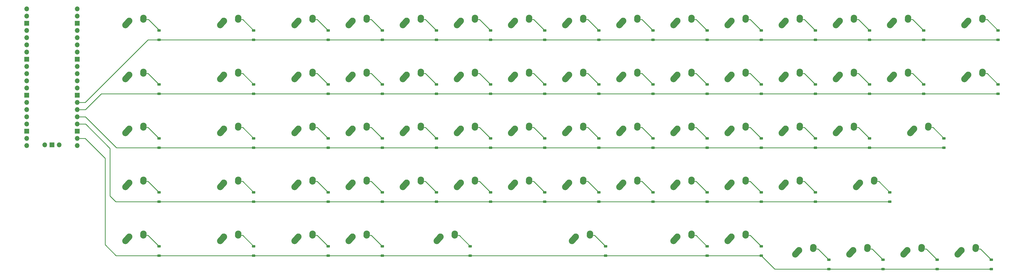
<source format=gbl>
G04 #@! TF.GenerationSoftware,KiCad,Pcbnew,8.0.4*
G04 #@! TF.CreationDate,2024-09-04T19:59:22-04:00*
G04 #@! TF.ProjectId,small-fry-pcb,736d616c-6c2d-4667-9279-2d7063622e6b,1.0*
G04 #@! TF.SameCoordinates,Original*
G04 #@! TF.FileFunction,Copper,L2,Bot*
G04 #@! TF.FilePolarity,Positive*
%FSLAX46Y46*%
G04 Gerber Fmt 4.6, Leading zero omitted, Abs format (unit mm)*
G04 Created by KiCad (PCBNEW 8.0.4) date 2024-09-04 19:59:22*
%MOMM*%
%LPD*%
G01*
G04 APERTURE LIST*
G04 Aperture macros list*
%AMRoundRect*
0 Rectangle with rounded corners*
0 $1 Rounding radius*
0 $2 $3 $4 $5 $6 $7 $8 $9 X,Y pos of 4 corners*
0 Add a 4 corners polygon primitive as box body*
4,1,4,$2,$3,$4,$5,$6,$7,$8,$9,$2,$3,0*
0 Add four circle primitives for the rounded corners*
1,1,$1+$1,$2,$3*
1,1,$1+$1,$4,$5*
1,1,$1+$1,$6,$7*
1,1,$1+$1,$8,$9*
0 Add four rect primitives between the rounded corners*
20,1,$1+$1,$2,$3,$4,$5,0*
20,1,$1+$1,$4,$5,$6,$7,0*
20,1,$1+$1,$6,$7,$8,$9,0*
20,1,$1+$1,$8,$9,$2,$3,0*%
%AMHorizOval*
0 Thick line with rounded ends*
0 $1 width*
0 $2 $3 position (X,Y) of the first rounded end (center of the circle)*
0 $4 $5 position (X,Y) of the second rounded end (center of the circle)*
0 Add line between two ends*
20,1,$1,$2,$3,$4,$5,0*
0 Add two circle primitives to create the rounded ends*
1,1,$1,$2,$3*
1,1,$1,$4,$5*%
G04 Aperture macros list end*
G04 #@! TA.AperFunction,ComponentPad*
%ADD10HorizOval,2.250000X0.655001X0.730000X-0.655001X-0.730000X0*%
G04 #@! TD*
G04 #@! TA.AperFunction,ComponentPad*
%ADD11C,2.250000*%
G04 #@! TD*
G04 #@! TA.AperFunction,ComponentPad*
%ADD12HorizOval,2.250000X0.020000X0.290000X-0.020000X-0.290000X0*%
G04 #@! TD*
G04 #@! TA.AperFunction,ComponentPad*
%ADD13O,1.700000X1.700000*%
G04 #@! TD*
G04 #@! TA.AperFunction,ComponentPad*
%ADD14R,1.700000X1.700000*%
G04 #@! TD*
G04 #@! TA.AperFunction,SMDPad,CuDef*
%ADD15RoundRect,0.225000X0.375000X-0.225000X0.375000X0.225000X-0.375000X0.225000X-0.375000X-0.225000X0*%
G04 #@! TD*
G04 #@! TA.AperFunction,Conductor*
%ADD16C,0.250000*%
G04 #@! TD*
G04 APERTURE END LIST*
D10*
G04 #@! TO.P,MX51,1,COL*
G04 #@! TO.N,col6*
X211801251Y-93130000D03*
D11*
X212456250Y-92400000D03*
D12*
G04 #@! TO.P,MX51,2,ROW*
G04 #@! TO.N,Net-(D51-A)*
X217476250Y-91610000D03*
D11*
X217496250Y-91320000D03*
G04 #@! TD*
D10*
G04 #@! TO.P,MX44,1,COL*
G04 #@! TO.N,col13*
X352295001Y-74080000D03*
D11*
X352950000Y-73350000D03*
D12*
G04 #@! TO.P,MX44,2,ROW*
G04 #@! TO.N,Net-(D44-A)*
X357970000Y-72560000D03*
D11*
X357990000Y-72270000D03*
G04 #@! TD*
D10*
G04 #@! TO.P,MX11,1,COL*
G04 #@! TO.N,col10*
X288001251Y-35980000D03*
D11*
X288656250Y-35250000D03*
D12*
G04 #@! TO.P,MX11,2,ROW*
G04 #@! TO.N,Net-(D11-A)*
X293676250Y-34460000D03*
D11*
X293696250Y-34170000D03*
G04 #@! TD*
D10*
G04 #@! TO.P,MX23,1,COL*
G04 #@! TO.N,col7*
X230851251Y-55030000D03*
D11*
X231506250Y-54300000D03*
D12*
G04 #@! TO.P,MX23,2,ROW*
G04 #@! TO.N,Net-(D23-A)*
X236526250Y-53510000D03*
D11*
X236546250Y-53220000D03*
G04 #@! TD*
D10*
G04 #@! TO.P,MX32,1,COL*
G04 #@! TO.N,col1*
X109407501Y-74080000D03*
D11*
X110062500Y-73350000D03*
D12*
G04 #@! TO.P,MX32,2,ROW*
G04 #@! TO.N,Net-(D32-A)*
X115082500Y-72560000D03*
D11*
X115102500Y-72270000D03*
G04 #@! TD*
D10*
G04 #@! TO.P,MX59,1,COL*
G04 #@! TO.N,col1*
X109407501Y-112180000D03*
D11*
X110062500Y-111450000D03*
D12*
G04 #@! TO.P,MX59,2,ROW*
G04 #@! TO.N,Net-(D59-A)*
X115082500Y-110660000D03*
D11*
X115102500Y-110370000D03*
G04 #@! TD*
D10*
G04 #@! TO.P,MX2,1,COL*
G04 #@! TO.N,col1*
X109407501Y-35980000D03*
D11*
X110062500Y-35250000D03*
D12*
G04 #@! TO.P,MX2,2,ROW*
G04 #@! TO.N,Net-(D2-A)*
X115082500Y-34460000D03*
D11*
X115102500Y-34170000D03*
G04 #@! TD*
D10*
G04 #@! TO.P,MX1,1,COL*
G04 #@! TO.N,col0*
X76070001Y-35980000D03*
D11*
X76725000Y-35250000D03*
D12*
G04 #@! TO.P,MX1,2,ROW*
G04 #@! TO.N,Net-(D1-A)*
X81745000Y-34460000D03*
D11*
X81765000Y-34170000D03*
G04 #@! TD*
D10*
G04 #@! TO.P,MX54,1,COL*
G04 #@! TO.N,col9*
X268951251Y-93130000D03*
D11*
X269606250Y-92400000D03*
D12*
G04 #@! TO.P,MX54,2,ROW*
G04 #@! TO.N,Net-(D54-A)*
X274626250Y-91610000D03*
D11*
X274646250Y-91320000D03*
G04 #@! TD*
D10*
G04 #@! TO.P,MX5,1,COL*
G04 #@! TO.N,col4*
X173701251Y-35980000D03*
D11*
X174356250Y-35250000D03*
D12*
G04 #@! TO.P,MX5,2,ROW*
G04 #@! TO.N,Net-(D5-A)*
X179376250Y-34460000D03*
D11*
X179396250Y-34170000D03*
G04 #@! TD*
D10*
G04 #@! TO.P,MX45,1,COL*
G04 #@! TO.N,col0*
X76070001Y-93130000D03*
D11*
X76725000Y-92400000D03*
D12*
G04 #@! TO.P,MX45,2,ROW*
G04 #@! TO.N,Net-(D45-A)*
X81745000Y-91610000D03*
D11*
X81765000Y-91320000D03*
G04 #@! TD*
D10*
G04 #@! TO.P,MX62,1,COL*
G04 #@! TO.N,col4*
X185607501Y-112180000D03*
D11*
X186262500Y-111450000D03*
D12*
G04 #@! TO.P,MX62,2,ROW*
G04 #@! TO.N,Net-(D62-A)*
X191282500Y-110660000D03*
D11*
X191302500Y-110370000D03*
G04 #@! TD*
D10*
G04 #@! TO.P,MX66,1,COL*
G04 #@! TO.N,col11*
X311813751Y-116942500D03*
D11*
X312468750Y-116212500D03*
D12*
G04 #@! TO.P,MX66,2,ROW*
G04 #@! TO.N,Net-(D66-A)*
X317488750Y-115422500D03*
D11*
X317508750Y-115132500D03*
G04 #@! TD*
D10*
G04 #@! TO.P,MX50,1,COL*
G04 #@! TO.N,col5*
X192751251Y-93130000D03*
D11*
X193406250Y-92400000D03*
D12*
G04 #@! TO.P,MX50,2,ROW*
G04 #@! TO.N,Net-(D50-A)*
X198426250Y-91610000D03*
D11*
X198446250Y-91320000D03*
G04 #@! TD*
D10*
G04 #@! TO.P,MX65,1,COL*
G04 #@! TO.N,col10*
X288001251Y-112180000D03*
D11*
X288656250Y-111450000D03*
D12*
G04 #@! TO.P,MX65,2,ROW*
G04 #@! TO.N,Net-(D65-A)*
X293676250Y-110660000D03*
D11*
X293696250Y-110370000D03*
G04 #@! TD*
D10*
G04 #@! TO.P,MX34,1,COL*
G04 #@! TO.N,col3*
X154651251Y-74080000D03*
D11*
X155306250Y-73350000D03*
D12*
G04 #@! TO.P,MX34,2,ROW*
G04 #@! TO.N,Net-(D34-A)*
X160326250Y-72560000D03*
D11*
X160346250Y-72270000D03*
G04 #@! TD*
D10*
G04 #@! TO.P,MX12,1,COL*
G04 #@! TO.N,col11*
X307051251Y-35980000D03*
D11*
X307706250Y-35250000D03*
D12*
G04 #@! TO.P,MX12,2,ROW*
G04 #@! TO.N,Net-(D12-A)*
X312726250Y-34460000D03*
D11*
X312746250Y-34170000D03*
G04 #@! TD*
D10*
G04 #@! TO.P,MX35,1,COL*
G04 #@! TO.N,col4*
X173701251Y-74080000D03*
D11*
X174356250Y-73350000D03*
D12*
G04 #@! TO.P,MX35,2,ROW*
G04 #@! TO.N,Net-(D35-A)*
X179376250Y-72560000D03*
D11*
X179396250Y-72270000D03*
G04 #@! TD*
D10*
G04 #@! TO.P,MX46,1,COL*
G04 #@! TO.N,col1*
X109407501Y-93130000D03*
D11*
X110062500Y-92400000D03*
D12*
G04 #@! TO.P,MX46,2,ROW*
G04 #@! TO.N,Net-(D46-A)*
X115082500Y-91610000D03*
D11*
X115102500Y-91320000D03*
G04 #@! TD*
D10*
G04 #@! TO.P,MX9,1,COL*
G04 #@! TO.N,col8*
X249901251Y-35980000D03*
D11*
X250556250Y-35250000D03*
D12*
G04 #@! TO.P,MX9,2,ROW*
G04 #@! TO.N,Net-(D9-A)*
X255576250Y-34460000D03*
D11*
X255596250Y-34170000D03*
G04 #@! TD*
D10*
G04 #@! TO.P,MX18,1,COL*
G04 #@! TO.N,col2*
X135601251Y-55030000D03*
D11*
X136256250Y-54300000D03*
D12*
G04 #@! TO.P,MX18,2,ROW*
G04 #@! TO.N,Net-(D18-A)*
X141276250Y-53510000D03*
D11*
X141296250Y-53220000D03*
G04 #@! TD*
D10*
G04 #@! TO.P,MX57,1,COL*
G04 #@! TO.N,col12*
X333245001Y-93130000D03*
D11*
X333900000Y-92400000D03*
D12*
G04 #@! TO.P,MX57,2,ROW*
G04 #@! TO.N,Net-(D57-A)*
X338920000Y-91610000D03*
D11*
X338940000Y-91320000D03*
G04 #@! TD*
D10*
G04 #@! TO.P,MX43,1,COL*
G04 #@! TO.N,col12*
X326101251Y-74080000D03*
D11*
X326756250Y-73350000D03*
D12*
G04 #@! TO.P,MX43,2,ROW*
G04 #@! TO.N,Net-(D43-A)*
X331776250Y-72560000D03*
D11*
X331796250Y-72270000D03*
G04 #@! TD*
D10*
G04 #@! TO.P,MX3,1,COL*
G04 #@! TO.N,col2*
X135601251Y-35980000D03*
D11*
X136256250Y-35250000D03*
D12*
G04 #@! TO.P,MX3,2,ROW*
G04 #@! TO.N,Net-(D3-A)*
X141276250Y-34460000D03*
D11*
X141296250Y-34170000D03*
G04 #@! TD*
D10*
G04 #@! TO.P,MX31,1,COL*
G04 #@! TO.N,col0*
X76070001Y-74080000D03*
D11*
X76725000Y-73350000D03*
D12*
G04 #@! TO.P,MX31,2,ROW*
G04 #@! TO.N,Net-(D31-A)*
X81745000Y-72560000D03*
D11*
X81765000Y-72270000D03*
G04 #@! TD*
D10*
G04 #@! TO.P,MX37,1,COL*
G04 #@! TO.N,col6*
X211801251Y-74080000D03*
D11*
X212456250Y-73350000D03*
D12*
G04 #@! TO.P,MX37,2,ROW*
G04 #@! TO.N,Net-(D37-A)*
X217476250Y-72560000D03*
D11*
X217496250Y-72270000D03*
G04 #@! TD*
D10*
G04 #@! TO.P,MX17,1,COL*
G04 #@! TO.N,col1*
X109407501Y-55030000D03*
D11*
X110062500Y-54300000D03*
D12*
G04 #@! TO.P,MX17,2,ROW*
G04 #@! TO.N,Net-(D17-A)*
X115082500Y-53510000D03*
D11*
X115102500Y-53220000D03*
G04 #@! TD*
D10*
G04 #@! TO.P,MX36,1,COL*
G04 #@! TO.N,col5*
X192751251Y-74080000D03*
D11*
X193406250Y-73350000D03*
D12*
G04 #@! TO.P,MX36,2,ROW*
G04 #@! TO.N,Net-(D36-A)*
X198426250Y-72560000D03*
D11*
X198446250Y-72270000D03*
G04 #@! TD*
D13*
G04 #@! TO.P,U1,1,GPIO0*
G04 #@! TO.N,col14*
X40720000Y-31000000D03*
G04 #@! TO.P,U1,2,GPIO1*
G04 #@! TO.N,col13*
X40720000Y-33540000D03*
D14*
G04 #@! TO.P,U1,3,GND*
G04 #@! TO.N,unconnected-(U1-GND-Pad3)*
X40720000Y-36080000D03*
D13*
G04 #@! TO.P,U1,4,GPIO2*
G04 #@! TO.N,col12*
X40720000Y-38620000D03*
G04 #@! TO.P,U1,5,GPIO3*
G04 #@! TO.N,col11*
X40720000Y-41160000D03*
G04 #@! TO.P,U1,6,GPIO4*
G04 #@! TO.N,col10*
X40720000Y-43700000D03*
G04 #@! TO.P,U1,7,GPIO5*
G04 #@! TO.N,col9*
X40720000Y-46240000D03*
D14*
G04 #@! TO.P,U1,8,GND*
G04 #@! TO.N,unconnected-(U1-GND-Pad8)*
X40720000Y-48780000D03*
D13*
G04 #@! TO.P,U1,9,GPIO6*
G04 #@! TO.N,col8*
X40720000Y-51320000D03*
G04 #@! TO.P,U1,10,GPIO7*
G04 #@! TO.N,col7*
X40720000Y-53860000D03*
G04 #@! TO.P,U1,11,GPIO8*
G04 #@! TO.N,col6*
X40720000Y-56400000D03*
G04 #@! TO.P,U1,12,GPIO9*
G04 #@! TO.N,col5*
X40720000Y-58940000D03*
D14*
G04 #@! TO.P,U1,13,GND*
G04 #@! TO.N,unconnected-(U1-GND-Pad13)*
X40720000Y-61480000D03*
D13*
G04 #@! TO.P,U1,14,GPIO10*
G04 #@! TO.N,col4*
X40720000Y-64020000D03*
G04 #@! TO.P,U1,15,GPIO11*
G04 #@! TO.N,col3*
X40720000Y-66560000D03*
G04 #@! TO.P,U1,16,GPIO12*
G04 #@! TO.N,col2*
X40720000Y-69100000D03*
G04 #@! TO.P,U1,17,GPIO13*
G04 #@! TO.N,col1*
X40720000Y-71640000D03*
D14*
G04 #@! TO.P,U1,18,GND*
G04 #@! TO.N,unconnected-(U1-GND-Pad18)*
X40720000Y-74180000D03*
D13*
G04 #@! TO.P,U1,19,GPIO14*
G04 #@! TO.N,col0*
X40720000Y-76720000D03*
G04 #@! TO.P,U1,20,GPIO15*
G04 #@! TO.N,unconnected-(U1-GPIO15-Pad20)*
X40720000Y-79260000D03*
G04 #@! TO.P,U1,21,GPIO16*
G04 #@! TO.N,unconnected-(U1-GPIO16-Pad21)*
X58500000Y-79260000D03*
G04 #@! TO.P,U1,22,GPIO17*
G04 #@! TO.N,row4*
X58500000Y-76720000D03*
D14*
G04 #@! TO.P,U1,23,GND*
G04 #@! TO.N,unconnected-(U1-GND-Pad23)*
X58500000Y-74180000D03*
D13*
G04 #@! TO.P,U1,24,GPIO18*
G04 #@! TO.N,row3*
X58500000Y-71640000D03*
G04 #@! TO.P,U1,25,GPIO19*
G04 #@! TO.N,row2*
X58500000Y-69100000D03*
G04 #@! TO.P,U1,26,GPIO20*
G04 #@! TO.N,row1*
X58500000Y-66560000D03*
G04 #@! TO.P,U1,27,GPIO21*
G04 #@! TO.N,row0*
X58500000Y-64020000D03*
D14*
G04 #@! TO.P,U1,28,GND*
G04 #@! TO.N,unconnected-(U1-GND-Pad28)*
X58500000Y-61480000D03*
D13*
G04 #@! TO.P,U1,29,GPIO22*
G04 #@! TO.N,unconnected-(U1-GPIO22-Pad29)*
X58500000Y-58940000D03*
G04 #@! TO.P,U1,30,RUN*
G04 #@! TO.N,unconnected-(U1-RUN-Pad30)*
X58500000Y-56400000D03*
G04 #@! TO.P,U1,31,GPIO26_ADC0*
G04 #@! TO.N,unconnected-(U1-GPIO26_ADC0-Pad31)*
X58500000Y-53860000D03*
G04 #@! TO.P,U1,32,GPIO27_ADC1*
G04 #@! TO.N,unconnected-(U1-GPIO27_ADC1-Pad32)*
X58500000Y-51320000D03*
D14*
G04 #@! TO.P,U1,33,AGND*
G04 #@! TO.N,unconnected-(U1-AGND-Pad33)*
X58500000Y-48780000D03*
D13*
G04 #@! TO.P,U1,34,GPIO28_ADC2*
G04 #@! TO.N,unconnected-(U1-GPIO28_ADC2-Pad34)*
X58500000Y-46240000D03*
G04 #@! TO.P,U1,35,ADC_VREF*
G04 #@! TO.N,unconnected-(U1-ADC_VREF-Pad35)*
X58500000Y-43700000D03*
G04 #@! TO.P,U1,36,3V3*
G04 #@! TO.N,unconnected-(U1-3V3-Pad36)*
X58500000Y-41160000D03*
G04 #@! TO.P,U1,37,3V3_EN*
G04 #@! TO.N,unconnected-(U1-3V3_EN-Pad37)*
X58500000Y-38620000D03*
D14*
G04 #@! TO.P,U1,38,GND*
G04 #@! TO.N,unconnected-(U1-GND-Pad38)*
X58500000Y-36080000D03*
D13*
G04 #@! TO.P,U1,39,VSYS*
G04 #@! TO.N,unconnected-(U1-VSYS-Pad39)*
X58500000Y-33540000D03*
G04 #@! TO.P,U1,40,VBUS*
G04 #@! TO.N,unconnected-(U1-VBUS-Pad40)*
X58500000Y-31000000D03*
G04 #@! TO.P,U1,41,SWCLK*
G04 #@! TO.N,unconnected-(U1-SWCLK-Pad41)*
X47070000Y-79030000D03*
D14*
G04 #@! TO.P,U1,42,GND*
G04 #@! TO.N,unconnected-(U1-GND-Pad42)*
X49610000Y-79030000D03*
D13*
G04 #@! TO.P,U1,43,SWDIO*
G04 #@! TO.N,unconnected-(U1-SWDIO-Pad43)*
X52150000Y-79030000D03*
G04 #@! TD*
D10*
G04 #@! TO.P,MX47,1,COL*
G04 #@! TO.N,col2*
X135601251Y-93130000D03*
D11*
X136256250Y-92400000D03*
D12*
G04 #@! TO.P,MX47,2,ROW*
G04 #@! TO.N,Net-(D47-A)*
X141276250Y-91610000D03*
D11*
X141296250Y-91320000D03*
G04 #@! TD*
D10*
G04 #@! TO.P,MX25,1,COL*
G04 #@! TO.N,col9*
X268951251Y-55030000D03*
D11*
X269606250Y-54300000D03*
D12*
G04 #@! TO.P,MX25,2,ROW*
G04 #@! TO.N,Net-(D25-A)*
X274626250Y-53510000D03*
D11*
X274646250Y-53220000D03*
G04 #@! TD*
D10*
G04 #@! TO.P,MX61,1,COL*
G04 #@! TO.N,col3*
X154651251Y-112180000D03*
D11*
X155306250Y-111450000D03*
D12*
G04 #@! TO.P,MX61,2,ROW*
G04 #@! TO.N,Net-(D61-A)*
X160326250Y-110660000D03*
D11*
X160346250Y-110370000D03*
G04 #@! TD*
D10*
G04 #@! TO.P,MX26,1,COL*
G04 #@! TO.N,col10*
X288001251Y-55030000D03*
D11*
X288656250Y-54300000D03*
D12*
G04 #@! TO.P,MX26,2,ROW*
G04 #@! TO.N,Net-(D26-A)*
X293676250Y-53510000D03*
D11*
X293696250Y-53220000D03*
G04 #@! TD*
D10*
G04 #@! TO.P,MX15,1,COL*
G04 #@! TO.N,col14*
X371345001Y-35980000D03*
D11*
X372000000Y-35250000D03*
D12*
G04 #@! TO.P,MX15,2,ROW*
G04 #@! TO.N,Net-(D15-A)*
X377020000Y-34460000D03*
D11*
X377040000Y-34170000D03*
G04 #@! TD*
D10*
G04 #@! TO.P,MX58,1,COL*
G04 #@! TO.N,col0*
X76070001Y-112180000D03*
D11*
X76725000Y-111450000D03*
D12*
G04 #@! TO.P,MX58,2,ROW*
G04 #@! TO.N,Net-(D58-A)*
X81745000Y-110660000D03*
D11*
X81765000Y-110370000D03*
G04 #@! TD*
D10*
G04 #@! TO.P,MX63,1,COL*
G04 #@! TO.N,col7*
X233232501Y-112180000D03*
D11*
X233887500Y-111450000D03*
D12*
G04 #@! TO.P,MX63,2,ROW*
G04 #@! TO.N,Net-(D63-A)*
X238907500Y-110660000D03*
D11*
X238927500Y-110370000D03*
G04 #@! TD*
D10*
G04 #@! TO.P,MX28,1,COL*
G04 #@! TO.N,col12*
X326101251Y-55030000D03*
D11*
X326756250Y-54300000D03*
D12*
G04 #@! TO.P,MX28,2,ROW*
G04 #@! TO.N,Net-(D28-A)*
X331776250Y-53510000D03*
D11*
X331796250Y-53220000D03*
G04 #@! TD*
D10*
G04 #@! TO.P,MX8,1,COL*
G04 #@! TO.N,col7*
X230851251Y-35980000D03*
D11*
X231506250Y-35250000D03*
D12*
G04 #@! TO.P,MX8,2,ROW*
G04 #@! TO.N,Net-(D8-A)*
X236526250Y-34460000D03*
D11*
X236546250Y-34170000D03*
G04 #@! TD*
D10*
G04 #@! TO.P,MX10,1,COL*
G04 #@! TO.N,col9*
X268951251Y-35980000D03*
D11*
X269606250Y-35250000D03*
D12*
G04 #@! TO.P,MX10,2,ROW*
G04 #@! TO.N,Net-(D10-A)*
X274626250Y-34460000D03*
D11*
X274646250Y-34170000D03*
G04 #@! TD*
D10*
G04 #@! TO.P,MX53,1,COL*
G04 #@! TO.N,col8*
X249901251Y-93130000D03*
D11*
X250556250Y-92400000D03*
D12*
G04 #@! TO.P,MX53,2,ROW*
G04 #@! TO.N,Net-(D53-A)*
X255576250Y-91610000D03*
D11*
X255596250Y-91320000D03*
G04 #@! TD*
D10*
G04 #@! TO.P,MX64,1,COL*
G04 #@! TO.N,col9*
X268951251Y-112180000D03*
D11*
X269606250Y-111450000D03*
D12*
G04 #@! TO.P,MX64,2,ROW*
G04 #@! TO.N,Net-(D64-A)*
X274626250Y-110660000D03*
D11*
X274646250Y-110370000D03*
G04 #@! TD*
D10*
G04 #@! TO.P,MX49,1,COL*
G04 #@! TO.N,col4*
X173701251Y-93130000D03*
D11*
X174356250Y-92400000D03*
D12*
G04 #@! TO.P,MX49,2,ROW*
G04 #@! TO.N,Net-(D49-A)*
X179376250Y-91610000D03*
D11*
X179396250Y-91320000D03*
G04 #@! TD*
D10*
G04 #@! TO.P,MX27,1,COL*
G04 #@! TO.N,col11*
X307051251Y-55030000D03*
D11*
X307706250Y-54300000D03*
D12*
G04 #@! TO.P,MX27,2,ROW*
G04 #@! TO.N,Net-(D27-A)*
X312726250Y-53510000D03*
D11*
X312746250Y-53220000D03*
G04 #@! TD*
D10*
G04 #@! TO.P,MX33,1,COL*
G04 #@! TO.N,col2*
X135601251Y-74080000D03*
D11*
X136256250Y-73350000D03*
D12*
G04 #@! TO.P,MX33,2,ROW*
G04 #@! TO.N,Net-(D33-A)*
X141276250Y-72560000D03*
D11*
X141296250Y-72270000D03*
G04 #@! TD*
D10*
G04 #@! TO.P,MX21,1,COL*
G04 #@! TO.N,col5*
X192751251Y-55030000D03*
D11*
X193406250Y-54300000D03*
D12*
G04 #@! TO.P,MX21,2,ROW*
G04 #@! TO.N,Net-(D21-A)*
X198426250Y-53510000D03*
D11*
X198446250Y-53220000D03*
G04 #@! TD*
D10*
G04 #@! TO.P,MX19,1,COL*
G04 #@! TO.N,col3*
X154651251Y-55030000D03*
D11*
X155306250Y-54300000D03*
D12*
G04 #@! TO.P,MX19,2,ROW*
G04 #@! TO.N,Net-(D19-A)*
X160326250Y-53510000D03*
D11*
X160346250Y-53220000D03*
G04 #@! TD*
D10*
G04 #@! TO.P,MX55,1,COL*
G04 #@! TO.N,col10*
X288001251Y-93130000D03*
D11*
X288656250Y-92400000D03*
D12*
G04 #@! TO.P,MX55,2,ROW*
G04 #@! TO.N,Net-(D55-A)*
X293676250Y-91610000D03*
D11*
X293696250Y-91320000D03*
G04 #@! TD*
D10*
G04 #@! TO.P,MX29,1,COL*
G04 #@! TO.N,col13*
X345151251Y-55030000D03*
D11*
X345806250Y-54300000D03*
D12*
G04 #@! TO.P,MX29,2,ROW*
G04 #@! TO.N,Net-(D29-A)*
X350826250Y-53510000D03*
D11*
X350846250Y-53220000D03*
G04 #@! TD*
D10*
G04 #@! TO.P,MX7,1,COL*
G04 #@! TO.N,col6*
X211801251Y-35980000D03*
D11*
X212456250Y-35250000D03*
D12*
G04 #@! TO.P,MX7,2,ROW*
G04 #@! TO.N,Net-(D7-A)*
X217476250Y-34460000D03*
D11*
X217496250Y-34170000D03*
G04 #@! TD*
D10*
G04 #@! TO.P,MX13,1,COL*
G04 #@! TO.N,col12*
X326101251Y-35980000D03*
D11*
X326756250Y-35250000D03*
D12*
G04 #@! TO.P,MX13,2,ROW*
G04 #@! TO.N,Net-(D13-A)*
X331776250Y-34460000D03*
D11*
X331796250Y-34170000D03*
G04 #@! TD*
D10*
G04 #@! TO.P,MX4,1,COL*
G04 #@! TO.N,col3*
X154651251Y-35980000D03*
D11*
X155306250Y-35250000D03*
D12*
G04 #@! TO.P,MX4,2,ROW*
G04 #@! TO.N,Net-(D4-A)*
X160326250Y-34460000D03*
D11*
X160346250Y-34170000D03*
G04 #@! TD*
D10*
G04 #@! TO.P,MX41,1,COL*
G04 #@! TO.N,col10*
X288001251Y-74080000D03*
D11*
X288656250Y-73350000D03*
D12*
G04 #@! TO.P,MX41,2,ROW*
G04 #@! TO.N,Net-(D41-A)*
X293676250Y-72560000D03*
D11*
X293696250Y-72270000D03*
G04 #@! TD*
D10*
G04 #@! TO.P,MX52,1,COL*
G04 #@! TO.N,col7*
X230851251Y-93130000D03*
D11*
X231506250Y-92400000D03*
D12*
G04 #@! TO.P,MX52,2,ROW*
G04 #@! TO.N,Net-(D52-A)*
X236526250Y-91610000D03*
D11*
X236546250Y-91320000D03*
G04 #@! TD*
D10*
G04 #@! TO.P,MX16,1,COL*
G04 #@! TO.N,col0*
X76070001Y-55030000D03*
D11*
X76725000Y-54300000D03*
D12*
G04 #@! TO.P,MX16,2,ROW*
G04 #@! TO.N,Net-(D16-A)*
X81745000Y-53510000D03*
D11*
X81765000Y-53220000D03*
G04 #@! TD*
D10*
G04 #@! TO.P,MX20,1,COL*
G04 #@! TO.N,col4*
X173701251Y-55030000D03*
D11*
X174356250Y-54300000D03*
D12*
G04 #@! TO.P,MX20,2,ROW*
G04 #@! TO.N,Net-(D20-A)*
X179376250Y-53510000D03*
D11*
X179396250Y-53220000D03*
G04 #@! TD*
D10*
G04 #@! TO.P,MX69,1,COL*
G04 #@! TO.N,col14*
X368963751Y-116942500D03*
D11*
X369618750Y-116212500D03*
D12*
G04 #@! TO.P,MX69,2,ROW*
G04 #@! TO.N,Net-(D69-A)*
X374638750Y-115422500D03*
D11*
X374658750Y-115132500D03*
G04 #@! TD*
D10*
G04 #@! TO.P,MX6,1,COL*
G04 #@! TO.N,col5*
X192751251Y-35980000D03*
D11*
X193406250Y-35250000D03*
D12*
G04 #@! TO.P,MX6,2,ROW*
G04 #@! TO.N,Net-(D6-A)*
X198426250Y-34460000D03*
D11*
X198446250Y-34170000D03*
G04 #@! TD*
D10*
G04 #@! TO.P,MX38,1,COL*
G04 #@! TO.N,col7*
X230851251Y-74080000D03*
D11*
X231506250Y-73350000D03*
D12*
G04 #@! TO.P,MX38,2,ROW*
G04 #@! TO.N,Net-(D38-A)*
X236526250Y-72560000D03*
D11*
X236546250Y-72270000D03*
G04 #@! TD*
D10*
G04 #@! TO.P,MX68,1,COL*
G04 #@! TO.N,col13*
X349913751Y-116942500D03*
D11*
X350568750Y-116212500D03*
D12*
G04 #@! TO.P,MX68,2,ROW*
G04 #@! TO.N,Net-(D68-A)*
X355588750Y-115422500D03*
D11*
X355608750Y-115132500D03*
G04 #@! TD*
D10*
G04 #@! TO.P,MX42,1,COL*
G04 #@! TO.N,col11*
X307051251Y-74080000D03*
D11*
X307706250Y-73350000D03*
D12*
G04 #@! TO.P,MX42,2,ROW*
G04 #@! TO.N,Net-(D42-A)*
X312726250Y-72560000D03*
D11*
X312746250Y-72270000D03*
G04 #@! TD*
D10*
G04 #@! TO.P,MX60,1,COL*
G04 #@! TO.N,col2*
X135601251Y-112180000D03*
D11*
X136256250Y-111450000D03*
D12*
G04 #@! TO.P,MX60,2,ROW*
G04 #@! TO.N,Net-(D60-A)*
X141276250Y-110660000D03*
D11*
X141296250Y-110370000D03*
G04 #@! TD*
D10*
G04 #@! TO.P,MX48,1,COL*
G04 #@! TO.N,col3*
X154651251Y-93130000D03*
D11*
X155306250Y-92400000D03*
D12*
G04 #@! TO.P,MX48,2,ROW*
G04 #@! TO.N,Net-(D48-A)*
X160326250Y-91610000D03*
D11*
X160346250Y-91320000D03*
G04 #@! TD*
D10*
G04 #@! TO.P,MX67,1,COL*
G04 #@! TO.N,col12*
X330863751Y-116942500D03*
D11*
X331518750Y-116212500D03*
D12*
G04 #@! TO.P,MX67,2,ROW*
G04 #@! TO.N,Net-(D67-A)*
X336538750Y-115422500D03*
D11*
X336558750Y-115132500D03*
G04 #@! TD*
D10*
G04 #@! TO.P,MX40,1,COL*
G04 #@! TO.N,col9*
X268951251Y-74080000D03*
D11*
X269606250Y-73350000D03*
D12*
G04 #@! TO.P,MX40,2,ROW*
G04 #@! TO.N,Net-(D40-A)*
X274626250Y-72560000D03*
D11*
X274646250Y-72270000D03*
G04 #@! TD*
D10*
G04 #@! TO.P,MX39,1,COL*
G04 #@! TO.N,col8*
X249901251Y-74080000D03*
D11*
X250556250Y-73350000D03*
D12*
G04 #@! TO.P,MX39,2,ROW*
G04 #@! TO.N,Net-(D39-A)*
X255576250Y-72560000D03*
D11*
X255596250Y-72270000D03*
G04 #@! TD*
D10*
G04 #@! TO.P,MX30,1,COL*
G04 #@! TO.N,col14*
X371345001Y-55030000D03*
D11*
X372000000Y-54300000D03*
D12*
G04 #@! TO.P,MX30,2,ROW*
G04 #@! TO.N,Net-(D30-A)*
X377020000Y-53510000D03*
D11*
X377040000Y-53220000D03*
G04 #@! TD*
D10*
G04 #@! TO.P,MX56,1,COL*
G04 #@! TO.N,col11*
X307051251Y-93130000D03*
D11*
X307706250Y-92400000D03*
D12*
G04 #@! TO.P,MX56,2,ROW*
G04 #@! TO.N,Net-(D56-A)*
X312726250Y-91610000D03*
D11*
X312746250Y-91320000D03*
G04 #@! TD*
D10*
G04 #@! TO.P,MX14,1,COL*
G04 #@! TO.N,col13*
X345151251Y-35980000D03*
D11*
X345806250Y-35250000D03*
D12*
G04 #@! TO.P,MX14,2,ROW*
G04 #@! TO.N,Net-(D14-A)*
X350826250Y-34460000D03*
D11*
X350846250Y-34170000D03*
G04 #@! TD*
D10*
G04 #@! TO.P,MX24,1,COL*
G04 #@! TO.N,col8*
X249901251Y-55030000D03*
D11*
X250556250Y-54300000D03*
D12*
G04 #@! TO.P,MX24,2,ROW*
G04 #@! TO.N,Net-(D24-A)*
X255576250Y-53510000D03*
D11*
X255596250Y-53220000D03*
G04 #@! TD*
D10*
G04 #@! TO.P,MX22,1,COL*
G04 #@! TO.N,col6*
X211801251Y-55030000D03*
D11*
X212456250Y-54300000D03*
D12*
G04 #@! TO.P,MX22,2,ROW*
G04 #@! TO.N,Net-(D22-A)*
X217476250Y-53510000D03*
D11*
X217496250Y-53220000D03*
G04 #@! TD*
D15*
G04 #@! TO.P,D29,1,K*
G04 #@! TO.N,row1*
X356306250Y-60950000D03*
G04 #@! TO.P,D29,2,A*
G04 #@! TO.N,Net-(D29-A)*
X356306250Y-57650000D03*
G04 #@! TD*
G04 #@! TO.P,D30,1,K*
G04 #@! TO.N,row1*
X382500000Y-60950000D03*
G04 #@! TO.P,D30,2,A*
G04 #@! TO.N,Net-(D30-A)*
X382500000Y-57650000D03*
G04 #@! TD*
G04 #@! TO.P,D55,1,K*
G04 #@! TO.N,row3*
X299156250Y-99050000D03*
G04 #@! TO.P,D55,2,A*
G04 #@! TO.N,Net-(D55-A)*
X299156250Y-95750000D03*
G04 #@! TD*
G04 #@! TO.P,D11,1,K*
G04 #@! TO.N,row0*
X299156250Y-41900000D03*
G04 #@! TO.P,D11,2,A*
G04 #@! TO.N,Net-(D11-A)*
X299156250Y-38600000D03*
G04 #@! TD*
G04 #@! TO.P,D20,1,K*
G04 #@! TO.N,row1*
X184856250Y-60950000D03*
G04 #@! TO.P,D20,2,A*
G04 #@! TO.N,Net-(D20-A)*
X184856250Y-57650000D03*
G04 #@! TD*
G04 #@! TO.P,D25,1,K*
G04 #@! TO.N,row1*
X280106250Y-60950000D03*
G04 #@! TO.P,D25,2,A*
G04 #@! TO.N,Net-(D25-A)*
X280106250Y-57650000D03*
G04 #@! TD*
G04 #@! TO.P,D63,1,K*
G04 #@! TO.N,row4*
X244387500Y-118100000D03*
G04 #@! TO.P,D63,2,A*
G04 #@! TO.N,Net-(D63-A)*
X244387500Y-114800000D03*
G04 #@! TD*
G04 #@! TO.P,D18,1,K*
G04 #@! TO.N,row1*
X146756250Y-60950000D03*
G04 #@! TO.P,D18,2,A*
G04 #@! TO.N,Net-(D18-A)*
X146756250Y-57650000D03*
G04 #@! TD*
G04 #@! TO.P,D60,1,K*
G04 #@! TO.N,row4*
X146756250Y-118100000D03*
G04 #@! TO.P,D60,2,A*
G04 #@! TO.N,Net-(D60-A)*
X146756250Y-114800000D03*
G04 #@! TD*
G04 #@! TO.P,D26,1,K*
G04 #@! TO.N,row1*
X299156250Y-60950000D03*
G04 #@! TO.P,D26,2,A*
G04 #@! TO.N,Net-(D26-A)*
X299156250Y-57650000D03*
G04 #@! TD*
G04 #@! TO.P,D6,1,K*
G04 #@! TO.N,row0*
X203906250Y-41900000D03*
G04 #@! TO.P,D6,2,A*
G04 #@! TO.N,Net-(D6-A)*
X203906250Y-38600000D03*
G04 #@! TD*
G04 #@! TO.P,D34,1,K*
G04 #@! TO.N,row2*
X165806250Y-80000000D03*
G04 #@! TO.P,D34,2,A*
G04 #@! TO.N,Net-(D34-A)*
X165806250Y-76700000D03*
G04 #@! TD*
G04 #@! TO.P,D32,1,K*
G04 #@! TO.N,row2*
X120562500Y-80000000D03*
G04 #@! TO.P,D32,2,A*
G04 #@! TO.N,Net-(D32-A)*
X120562500Y-76700000D03*
G04 #@! TD*
G04 #@! TO.P,D57,1,K*
G04 #@! TO.N,row3*
X344400000Y-99050000D03*
G04 #@! TO.P,D57,2,A*
G04 #@! TO.N,Net-(D57-A)*
X344400000Y-95750000D03*
G04 #@! TD*
G04 #@! TO.P,D41,1,K*
G04 #@! TO.N,row2*
X299156250Y-80000000D03*
G04 #@! TO.P,D41,2,A*
G04 #@! TO.N,Net-(D41-A)*
X299156250Y-76700000D03*
G04 #@! TD*
G04 #@! TO.P,D35,1,K*
G04 #@! TO.N,row2*
X184856250Y-80000000D03*
G04 #@! TO.P,D35,2,A*
G04 #@! TO.N,Net-(D35-A)*
X184856250Y-76700000D03*
G04 #@! TD*
G04 #@! TO.P,D56,1,K*
G04 #@! TO.N,row3*
X318206250Y-99050000D03*
G04 #@! TO.P,D56,2,A*
G04 #@! TO.N,Net-(D56-A)*
X318206250Y-95750000D03*
G04 #@! TD*
G04 #@! TO.P,D47,1,K*
G04 #@! TO.N,row3*
X146756250Y-99050000D03*
G04 #@! TO.P,D47,2,A*
G04 #@! TO.N,Net-(D47-A)*
X146756250Y-95750000D03*
G04 #@! TD*
G04 #@! TO.P,D4,1,K*
G04 #@! TO.N,row0*
X165806250Y-41900000D03*
G04 #@! TO.P,D4,2,A*
G04 #@! TO.N,Net-(D4-A)*
X165806250Y-38600000D03*
G04 #@! TD*
G04 #@! TO.P,D24,1,K*
G04 #@! TO.N,row1*
X261056250Y-60950000D03*
G04 #@! TO.P,D24,2,A*
G04 #@! TO.N,Net-(D24-A)*
X261056250Y-57650000D03*
G04 #@! TD*
G04 #@! TO.P,D40,1,K*
G04 #@! TO.N,row2*
X280106250Y-80000000D03*
G04 #@! TO.P,D40,2,A*
G04 #@! TO.N,Net-(D40-A)*
X280106250Y-76700000D03*
G04 #@! TD*
G04 #@! TO.P,D44,1,K*
G04 #@! TO.N,row2*
X363450000Y-80000000D03*
G04 #@! TO.P,D44,2,A*
G04 #@! TO.N,Net-(D44-A)*
X363450000Y-76700000D03*
G04 #@! TD*
G04 #@! TO.P,D9,1,K*
G04 #@! TO.N,row0*
X261056250Y-41900000D03*
G04 #@! TO.P,D9,2,A*
G04 #@! TO.N,Net-(D9-A)*
X261056250Y-38600000D03*
G04 #@! TD*
G04 #@! TO.P,D2,1,K*
G04 #@! TO.N,row0*
X120562500Y-41900000D03*
G04 #@! TO.P,D2,2,A*
G04 #@! TO.N,Net-(D2-A)*
X120562500Y-38600000D03*
G04 #@! TD*
G04 #@! TO.P,D54,1,K*
G04 #@! TO.N,row3*
X280106250Y-99050000D03*
G04 #@! TO.P,D54,2,A*
G04 #@! TO.N,Net-(D54-A)*
X280106250Y-95750000D03*
G04 #@! TD*
G04 #@! TO.P,D65,1,K*
G04 #@! TO.N,row4*
X299156250Y-118100000D03*
G04 #@! TO.P,D65,2,A*
G04 #@! TO.N,Net-(D65-A)*
X299156250Y-114800000D03*
G04 #@! TD*
G04 #@! TO.P,D64,1,K*
G04 #@! TO.N,row4*
X280106250Y-118100000D03*
G04 #@! TO.P,D64,2,A*
G04 #@! TO.N,Net-(D64-A)*
X280106250Y-114800000D03*
G04 #@! TD*
G04 #@! TO.P,D59,1,K*
G04 #@! TO.N,row4*
X120562500Y-118100000D03*
G04 #@! TO.P,D59,2,A*
G04 #@! TO.N,Net-(D59-A)*
X120562500Y-114800000D03*
G04 #@! TD*
G04 #@! TO.P,D67,1,K*
G04 #@! TO.N,row4*
X342018750Y-122862500D03*
G04 #@! TO.P,D67,2,A*
G04 #@! TO.N,Net-(D67-A)*
X342018750Y-119562500D03*
G04 #@! TD*
G04 #@! TO.P,D21,1,K*
G04 #@! TO.N,row1*
X203906250Y-60950000D03*
G04 #@! TO.P,D21,2,A*
G04 #@! TO.N,Net-(D21-A)*
X203906250Y-57650000D03*
G04 #@! TD*
G04 #@! TO.P,D27,1,K*
G04 #@! TO.N,row1*
X318206250Y-60950000D03*
G04 #@! TO.P,D27,2,A*
G04 #@! TO.N,Net-(D27-A)*
X318206250Y-57650000D03*
G04 #@! TD*
G04 #@! TO.P,D53,1,K*
G04 #@! TO.N,row3*
X261056250Y-99050000D03*
G04 #@! TO.P,D53,2,A*
G04 #@! TO.N,Net-(D53-A)*
X261056250Y-95750000D03*
G04 #@! TD*
G04 #@! TO.P,D52,1,K*
G04 #@! TO.N,row3*
X242006250Y-99050000D03*
G04 #@! TO.P,D52,2,A*
G04 #@! TO.N,Net-(D52-A)*
X242006250Y-95750000D03*
G04 #@! TD*
G04 #@! TO.P,D31,1,K*
G04 #@! TO.N,row2*
X87225000Y-80000000D03*
G04 #@! TO.P,D31,2,A*
G04 #@! TO.N,Net-(D31-A)*
X87225000Y-76700000D03*
G04 #@! TD*
G04 #@! TO.P,D38,1,K*
G04 #@! TO.N,row2*
X242006250Y-80000000D03*
G04 #@! TO.P,D38,2,A*
G04 #@! TO.N,Net-(D38-A)*
X242006250Y-76700000D03*
G04 #@! TD*
G04 #@! TO.P,D14,1,K*
G04 #@! TO.N,row0*
X356306250Y-41900000D03*
G04 #@! TO.P,D14,2,A*
G04 #@! TO.N,Net-(D14-A)*
X356306250Y-38600000D03*
G04 #@! TD*
G04 #@! TO.P,D22,1,K*
G04 #@! TO.N,row1*
X222956250Y-60950000D03*
G04 #@! TO.P,D22,2,A*
G04 #@! TO.N,Net-(D22-A)*
X222956250Y-57650000D03*
G04 #@! TD*
G04 #@! TO.P,D12,1,K*
G04 #@! TO.N,row0*
X318206250Y-41900000D03*
G04 #@! TO.P,D12,2,A*
G04 #@! TO.N,Net-(D12-A)*
X318206250Y-38600000D03*
G04 #@! TD*
G04 #@! TO.P,D58,1,K*
G04 #@! TO.N,row4*
X87225000Y-118100000D03*
G04 #@! TO.P,D58,2,A*
G04 #@! TO.N,Net-(D58-A)*
X87225000Y-114800000D03*
G04 #@! TD*
G04 #@! TO.P,D50,1,K*
G04 #@! TO.N,row3*
X203906250Y-99050000D03*
G04 #@! TO.P,D50,2,A*
G04 #@! TO.N,Net-(D50-A)*
X203906250Y-95750000D03*
G04 #@! TD*
G04 #@! TO.P,D17,1,K*
G04 #@! TO.N,row1*
X120562500Y-60950000D03*
G04 #@! TO.P,D17,2,A*
G04 #@! TO.N,Net-(D17-A)*
X120562500Y-57650000D03*
G04 #@! TD*
G04 #@! TO.P,D10,1,K*
G04 #@! TO.N,row0*
X280106250Y-41900000D03*
G04 #@! TO.P,D10,2,A*
G04 #@! TO.N,Net-(D10-A)*
X280106250Y-38600000D03*
G04 #@! TD*
G04 #@! TO.P,D43,1,K*
G04 #@! TO.N,row2*
X337256250Y-80000000D03*
G04 #@! TO.P,D43,2,A*
G04 #@! TO.N,Net-(D43-A)*
X337256250Y-76700000D03*
G04 #@! TD*
G04 #@! TO.P,D49,1,K*
G04 #@! TO.N,row3*
X184856250Y-99050000D03*
G04 #@! TO.P,D49,2,A*
G04 #@! TO.N,Net-(D49-A)*
X184856250Y-95750000D03*
G04 #@! TD*
G04 #@! TO.P,D51,1,K*
G04 #@! TO.N,row3*
X222956250Y-99050000D03*
G04 #@! TO.P,D51,2,A*
G04 #@! TO.N,Net-(D51-A)*
X222956250Y-95750000D03*
G04 #@! TD*
G04 #@! TO.P,D3,1,K*
G04 #@! TO.N,row0*
X146756250Y-41900000D03*
G04 #@! TO.P,D3,2,A*
G04 #@! TO.N,Net-(D3-A)*
X146756250Y-38600000D03*
G04 #@! TD*
G04 #@! TO.P,D66,1,K*
G04 #@! TO.N,row4*
X322968750Y-122862500D03*
G04 #@! TO.P,D66,2,A*
G04 #@! TO.N,Net-(D66-A)*
X322968750Y-119562500D03*
G04 #@! TD*
G04 #@! TO.P,D45,1,K*
G04 #@! TO.N,row3*
X87225000Y-99050000D03*
G04 #@! TO.P,D45,2,A*
G04 #@! TO.N,Net-(D45-A)*
X87225000Y-95750000D03*
G04 #@! TD*
G04 #@! TO.P,D15,1,K*
G04 #@! TO.N,row0*
X382500000Y-41900000D03*
G04 #@! TO.P,D15,2,A*
G04 #@! TO.N,Net-(D15-A)*
X382500000Y-38600000D03*
G04 #@! TD*
G04 #@! TO.P,D42,1,K*
G04 #@! TO.N,row2*
X318206250Y-80000000D03*
G04 #@! TO.P,D42,2,A*
G04 #@! TO.N,Net-(D42-A)*
X318206250Y-76700000D03*
G04 #@! TD*
G04 #@! TO.P,D48,1,K*
G04 #@! TO.N,row3*
X165806250Y-99050000D03*
G04 #@! TO.P,D48,2,A*
G04 #@! TO.N,Net-(D48-A)*
X165806250Y-95750000D03*
G04 #@! TD*
G04 #@! TO.P,D1,1,K*
G04 #@! TO.N,row0*
X87225000Y-41900000D03*
G04 #@! TO.P,D1,2,A*
G04 #@! TO.N,Net-(D1-A)*
X87225000Y-38600000D03*
G04 #@! TD*
G04 #@! TO.P,D68,1,K*
G04 #@! TO.N,row4*
X361068750Y-122862500D03*
G04 #@! TO.P,D68,2,A*
G04 #@! TO.N,Net-(D68-A)*
X361068750Y-119562500D03*
G04 #@! TD*
G04 #@! TO.P,D61,1,K*
G04 #@! TO.N,row4*
X165806250Y-118100000D03*
G04 #@! TO.P,D61,2,A*
G04 #@! TO.N,Net-(D61-A)*
X165806250Y-114800000D03*
G04 #@! TD*
G04 #@! TO.P,D19,1,K*
G04 #@! TO.N,row1*
X165806250Y-60950000D03*
G04 #@! TO.P,D19,2,A*
G04 #@! TO.N,Net-(D19-A)*
X165806250Y-57650000D03*
G04 #@! TD*
G04 #@! TO.P,D69,1,K*
G04 #@! TO.N,row4*
X380118750Y-122862500D03*
G04 #@! TO.P,D69,2,A*
G04 #@! TO.N,Net-(D69-A)*
X380118750Y-119562500D03*
G04 #@! TD*
G04 #@! TO.P,D16,1,K*
G04 #@! TO.N,row1*
X87225000Y-60950000D03*
G04 #@! TO.P,D16,2,A*
G04 #@! TO.N,Net-(D16-A)*
X87225000Y-57650000D03*
G04 #@! TD*
G04 #@! TO.P,D5,1,K*
G04 #@! TO.N,row0*
X184856250Y-41900000D03*
G04 #@! TO.P,D5,2,A*
G04 #@! TO.N,Net-(D5-A)*
X184856250Y-38600000D03*
G04 #@! TD*
G04 #@! TO.P,D33,1,K*
G04 #@! TO.N,row2*
X146756250Y-80000000D03*
G04 #@! TO.P,D33,2,A*
G04 #@! TO.N,Net-(D33-A)*
X146756250Y-76700000D03*
G04 #@! TD*
G04 #@! TO.P,D8,1,K*
G04 #@! TO.N,row0*
X242006250Y-41900000D03*
G04 #@! TO.P,D8,2,A*
G04 #@! TO.N,Net-(D8-A)*
X242006250Y-38600000D03*
G04 #@! TD*
G04 #@! TO.P,D37,1,K*
G04 #@! TO.N,row2*
X222956250Y-80000000D03*
G04 #@! TO.P,D37,2,A*
G04 #@! TO.N,Net-(D37-A)*
X222956250Y-76700000D03*
G04 #@! TD*
G04 #@! TO.P,D46,1,K*
G04 #@! TO.N,row3*
X120562500Y-99050000D03*
G04 #@! TO.P,D46,2,A*
G04 #@! TO.N,Net-(D46-A)*
X120562500Y-95750000D03*
G04 #@! TD*
G04 #@! TO.P,D62,1,K*
G04 #@! TO.N,row4*
X196762500Y-118100000D03*
G04 #@! TO.P,D62,2,A*
G04 #@! TO.N,Net-(D62-A)*
X196762500Y-114800000D03*
G04 #@! TD*
G04 #@! TO.P,D39,1,K*
G04 #@! TO.N,row2*
X261056250Y-80000000D03*
G04 #@! TO.P,D39,2,A*
G04 #@! TO.N,Net-(D39-A)*
X261056250Y-76700000D03*
G04 #@! TD*
G04 #@! TO.P,D7,1,K*
G04 #@! TO.N,row0*
X222956250Y-41900000D03*
G04 #@! TO.P,D7,2,A*
G04 #@! TO.N,Net-(D7-A)*
X222956250Y-38600000D03*
G04 #@! TD*
G04 #@! TO.P,D23,1,K*
G04 #@! TO.N,row1*
X242006250Y-60950000D03*
G04 #@! TO.P,D23,2,A*
G04 #@! TO.N,Net-(D23-A)*
X242006250Y-57650000D03*
G04 #@! TD*
G04 #@! TO.P,D28,1,K*
G04 #@! TO.N,row1*
X337256250Y-60950000D03*
G04 #@! TO.P,D28,2,A*
G04 #@! TO.N,Net-(D28-A)*
X337256250Y-57650000D03*
G04 #@! TD*
G04 #@! TO.P,D13,1,K*
G04 #@! TO.N,row0*
X337256250Y-41900000D03*
G04 #@! TO.P,D13,2,A*
G04 #@! TO.N,Net-(D13-A)*
X337256250Y-38600000D03*
G04 #@! TD*
G04 #@! TO.P,D36,1,K*
G04 #@! TO.N,row2*
X203906250Y-80000000D03*
G04 #@! TO.P,D36,2,A*
G04 #@! TO.N,Net-(D36-A)*
X203906250Y-76700000D03*
G04 #@! TD*
D16*
G04 #@! TO.N,row0*
X120562500Y-41900000D02*
X146756250Y-41900000D01*
X280106250Y-41900000D02*
X299156250Y-41900000D01*
X337256250Y-41900000D02*
X356306250Y-41900000D01*
X165806250Y-41900000D02*
X184856250Y-41900000D01*
X184856250Y-41900000D02*
X203906250Y-41900000D01*
X261056250Y-41900000D02*
X280106250Y-41900000D01*
X83350000Y-41900000D02*
X61230000Y-64020000D01*
X318206250Y-41900000D02*
X337256250Y-41900000D01*
X61230000Y-64020000D02*
X58500000Y-64020000D01*
X356306250Y-41900000D02*
X382500000Y-41900000D01*
X299156250Y-41900000D02*
X318206250Y-41900000D01*
X87225000Y-41900000D02*
X83350000Y-41900000D01*
X146756250Y-41900000D02*
X165806250Y-41900000D01*
X242006250Y-41900000D02*
X261056250Y-41900000D01*
X203906250Y-41900000D02*
X222956250Y-41900000D01*
X222956250Y-41900000D02*
X242006250Y-41900000D01*
X120562500Y-41900000D02*
X87225000Y-41900000D01*
G04 #@! TO.N,Net-(D1-A)*
X87225000Y-38475000D02*
X83500000Y-34750000D01*
X87225000Y-38600000D02*
X87225000Y-38475000D01*
X83500000Y-34750000D02*
X81725000Y-34750000D01*
G04 #@! TO.N,Net-(D2-A)*
X115062500Y-34750000D02*
X116712500Y-34750000D01*
X116712500Y-34750000D02*
X120562500Y-38600000D01*
G04 #@! TO.N,Net-(D3-A)*
X142906250Y-34750000D02*
X146756250Y-38600000D01*
X141256250Y-34750000D02*
X142906250Y-34750000D01*
G04 #@! TO.N,Net-(D4-A)*
X161956250Y-34750000D02*
X165806250Y-38600000D01*
X160306250Y-34750000D02*
X161956250Y-34750000D01*
G04 #@! TO.N,Net-(D5-A)*
X181006250Y-34750000D02*
X184856250Y-38600000D01*
X179356250Y-34750000D02*
X181006250Y-34750000D01*
G04 #@! TO.N,Net-(D6-A)*
X200056250Y-34750000D02*
X203906250Y-38600000D01*
X198406250Y-34750000D02*
X200056250Y-34750000D01*
G04 #@! TO.N,Net-(D7-A)*
X219106250Y-34750000D02*
X222956250Y-38600000D01*
X217456250Y-34750000D02*
X219106250Y-34750000D01*
G04 #@! TO.N,Net-(D8-A)*
X236506250Y-34750000D02*
X238156250Y-34750000D01*
X238156250Y-34750000D02*
X242006250Y-38600000D01*
G04 #@! TO.N,Net-(D9-A)*
X257206250Y-34750000D02*
X261056250Y-38600000D01*
X255556250Y-34750000D02*
X257206250Y-34750000D01*
G04 #@! TO.N,Net-(D10-A)*
X274606250Y-34750000D02*
X276256250Y-34750000D01*
X276256250Y-34750000D02*
X280106250Y-38600000D01*
G04 #@! TO.N,Net-(D11-A)*
X293656250Y-34750000D02*
X295306250Y-34750000D01*
X295306250Y-34750000D02*
X299156250Y-38600000D01*
G04 #@! TO.N,Net-(D12-A)*
X314356250Y-34750000D02*
X318206250Y-38600000D01*
X312706250Y-34750000D02*
X314356250Y-34750000D01*
G04 #@! TO.N,Net-(D13-A)*
X331756250Y-34750000D02*
X333406250Y-34750000D01*
X333406250Y-34750000D02*
X337256250Y-38600000D01*
G04 #@! TO.N,Net-(D14-A)*
X350806250Y-34750000D02*
X352456250Y-34750000D01*
X352456250Y-34750000D02*
X356306250Y-38600000D01*
G04 #@! TO.N,Net-(D15-A)*
X377000000Y-34750000D02*
X378650000Y-34750000D01*
X378650000Y-34750000D02*
X382500000Y-38600000D01*
G04 #@! TO.N,row1*
X184856250Y-60950000D02*
X203906250Y-60950000D01*
X66925000Y-60950000D02*
X61315000Y-66560000D01*
X337256250Y-60950000D02*
X356306250Y-60950000D01*
X242006250Y-60950000D02*
X261056250Y-60950000D01*
X120562500Y-60950000D02*
X146756250Y-60950000D01*
X222956250Y-60950000D02*
X242006250Y-60950000D01*
X299156250Y-60950000D02*
X318206250Y-60950000D01*
X203906250Y-60950000D02*
X222956250Y-60950000D01*
X146756250Y-60950000D02*
X165806250Y-60950000D01*
X120562500Y-60950000D02*
X87225000Y-60950000D01*
X261056250Y-60950000D02*
X280106250Y-60950000D01*
X318206250Y-60950000D02*
X337256250Y-60950000D01*
X61315000Y-66560000D02*
X58500000Y-66560000D01*
X356306250Y-60950000D02*
X382500000Y-60950000D01*
X87225000Y-60950000D02*
X66925000Y-60950000D01*
X280106250Y-60950000D02*
X299156250Y-60950000D01*
X165806250Y-60950000D02*
X184856250Y-60950000D01*
G04 #@! TO.N,Net-(D16-A)*
X81725000Y-53800000D02*
X83375000Y-53800000D01*
X83375000Y-53800000D02*
X87225000Y-57650000D01*
G04 #@! TO.N,Net-(D17-A)*
X115062500Y-53800000D02*
X116712500Y-53800000D01*
X116712500Y-53800000D02*
X120562500Y-57650000D01*
G04 #@! TO.N,Net-(D18-A)*
X142906250Y-53800000D02*
X146756250Y-57650000D01*
X141256250Y-53800000D02*
X142906250Y-53800000D01*
G04 #@! TO.N,Net-(D19-A)*
X161956250Y-53800000D02*
X165806250Y-57650000D01*
X160306250Y-53800000D02*
X161956250Y-53800000D01*
G04 #@! TO.N,Net-(D20-A)*
X181006250Y-53800000D02*
X184856250Y-57650000D01*
X179356250Y-53800000D02*
X181006250Y-53800000D01*
G04 #@! TO.N,Net-(D21-A)*
X198406250Y-53800000D02*
X200056250Y-53800000D01*
X200056250Y-53800000D02*
X203906250Y-57650000D01*
G04 #@! TO.N,Net-(D22-A)*
X217456250Y-53800000D02*
X219106250Y-53800000D01*
X219106250Y-53800000D02*
X222956250Y-57650000D01*
G04 #@! TO.N,Net-(D23-A)*
X236506250Y-53800000D02*
X238156250Y-53800000D01*
X238156250Y-53800000D02*
X242006250Y-57650000D01*
G04 #@! TO.N,Net-(D24-A)*
X255556250Y-53800000D02*
X257206250Y-53800000D01*
X257206250Y-53800000D02*
X261056250Y-57650000D01*
G04 #@! TO.N,Net-(D25-A)*
X274606250Y-53800000D02*
X276256250Y-53800000D01*
X276256250Y-53800000D02*
X280106250Y-57650000D01*
G04 #@! TO.N,Net-(D26-A)*
X295306250Y-53800000D02*
X299156250Y-57650000D01*
X293656250Y-53800000D02*
X295306250Y-53800000D01*
G04 #@! TO.N,Net-(D27-A)*
X314356250Y-53800000D02*
X318206250Y-57650000D01*
X312706250Y-53800000D02*
X314356250Y-53800000D01*
G04 #@! TO.N,Net-(D28-A)*
X331756250Y-53800000D02*
X333406250Y-53800000D01*
X333406250Y-53800000D02*
X337256250Y-57650000D01*
G04 #@! TO.N,Net-(D29-A)*
X350806250Y-53800000D02*
X352456250Y-53800000D01*
X352456250Y-53800000D02*
X356306250Y-57650000D01*
G04 #@! TO.N,Net-(D30-A)*
X378650000Y-53800000D02*
X382500000Y-57650000D01*
X377000000Y-53800000D02*
X378650000Y-53800000D01*
G04 #@! TO.N,Net-(D31-A)*
X83375000Y-72850000D02*
X87225000Y-76700000D01*
X81725000Y-72850000D02*
X83375000Y-72850000D01*
G04 #@! TO.N,row2*
X242006250Y-80000000D02*
X261056250Y-80000000D01*
X261056250Y-80000000D02*
X280106250Y-80000000D01*
X222956250Y-80000000D02*
X242006250Y-80000000D01*
X318206250Y-80000000D02*
X337256250Y-80000000D01*
X72250000Y-80000000D02*
X61350000Y-69100000D01*
X203906250Y-80000000D02*
X222956250Y-80000000D01*
X165806250Y-80000000D02*
X184856250Y-80000000D01*
X299156250Y-80000000D02*
X318206250Y-80000000D01*
X146756250Y-80000000D02*
X165806250Y-80000000D01*
X61350000Y-69100000D02*
X58500000Y-69100000D01*
X184856250Y-80000000D02*
X203906250Y-80000000D01*
X120562500Y-80000000D02*
X87225000Y-80000000D01*
X120562500Y-80000000D02*
X146756250Y-80000000D01*
X337256250Y-80000000D02*
X363450000Y-80000000D01*
X87225000Y-80000000D02*
X72250000Y-80000000D01*
X280106250Y-80000000D02*
X299156250Y-80000000D01*
G04 #@! TO.N,Net-(D32-A)*
X115062500Y-72850000D02*
X116712500Y-72850000D01*
X116712500Y-72850000D02*
X120562500Y-76700000D01*
G04 #@! TO.N,Net-(D33-A)*
X141256250Y-72850000D02*
X142906250Y-72850000D01*
X142906250Y-72850000D02*
X146756250Y-76700000D01*
G04 #@! TO.N,Net-(D34-A)*
X160306250Y-72850000D02*
X161956250Y-72850000D01*
X161956250Y-72850000D02*
X165806250Y-76700000D01*
G04 #@! TO.N,Net-(D35-A)*
X181006250Y-72850000D02*
X184856250Y-76700000D01*
X179356250Y-72850000D02*
X181006250Y-72850000D01*
G04 #@! TO.N,Net-(D36-A)*
X198406250Y-72850000D02*
X200056250Y-72850000D01*
X200056250Y-72850000D02*
X203906250Y-76700000D01*
G04 #@! TO.N,Net-(D37-A)*
X217456250Y-72850000D02*
X219106250Y-72850000D01*
X219106250Y-72850000D02*
X222956250Y-76700000D01*
G04 #@! TO.N,Net-(D38-A)*
X238156250Y-72850000D02*
X242006250Y-76700000D01*
X236506250Y-72850000D02*
X238156250Y-72850000D01*
G04 #@! TO.N,Net-(D39-A)*
X257206250Y-72850000D02*
X261056250Y-76700000D01*
X255556250Y-72850000D02*
X257206250Y-72850000D01*
G04 #@! TO.N,Net-(D40-A)*
X276256250Y-72850000D02*
X280106250Y-76700000D01*
X274606250Y-72850000D02*
X276256250Y-72850000D01*
G04 #@! TO.N,Net-(D41-A)*
X295306250Y-72850000D02*
X299156250Y-76700000D01*
X293656250Y-72850000D02*
X295306250Y-72850000D01*
G04 #@! TO.N,Net-(D42-A)*
X314356250Y-72850000D02*
X318206250Y-76700000D01*
X312706250Y-72850000D02*
X314356250Y-72850000D01*
G04 #@! TO.N,Net-(D43-A)*
X331756250Y-72850000D02*
X333406250Y-72850000D01*
X333406250Y-72850000D02*
X337256250Y-76700000D01*
G04 #@! TO.N,Net-(D44-A)*
X359600000Y-72850000D02*
X363450000Y-76700000D01*
X357950000Y-72850000D02*
X359600000Y-72850000D01*
G04 #@! TO.N,Net-(D45-A)*
X83375000Y-91900000D02*
X87225000Y-95750000D01*
X81725000Y-91900000D02*
X83375000Y-91900000D01*
G04 #@! TO.N,Net-(D46-A)*
X116712500Y-91900000D02*
X120562500Y-95750000D01*
X115062500Y-91900000D02*
X116712500Y-91900000D01*
G04 #@! TO.N,Net-(D47-A)*
X142906250Y-91900000D02*
X146756250Y-95750000D01*
X141256250Y-91900000D02*
X142906250Y-91900000D01*
G04 #@! TO.N,Net-(D48-A)*
X160306250Y-91900000D02*
X161956250Y-91900000D01*
X161956250Y-91900000D02*
X165806250Y-95750000D01*
G04 #@! TO.N,Net-(D49-A)*
X179356250Y-91900000D02*
X181006250Y-91900000D01*
X181006250Y-91900000D02*
X184856250Y-95750000D01*
G04 #@! TO.N,Net-(D50-A)*
X200056250Y-91900000D02*
X203906250Y-95750000D01*
X198406250Y-91900000D02*
X200056250Y-91900000D01*
G04 #@! TO.N,Net-(D51-A)*
X217456250Y-91900000D02*
X219106250Y-91900000D01*
X219106250Y-91900000D02*
X222956250Y-95750000D01*
G04 #@! TO.N,Net-(D52-A)*
X238156250Y-91900000D02*
X242006250Y-95750000D01*
X236506250Y-91900000D02*
X238156250Y-91900000D01*
G04 #@! TO.N,Net-(D53-A)*
X255556250Y-91900000D02*
X257206250Y-91900000D01*
X257206250Y-91900000D02*
X261056250Y-95750000D01*
G04 #@! TO.N,Net-(D54-A)*
X274606250Y-91900000D02*
X276256250Y-91900000D01*
X276256250Y-91900000D02*
X280106250Y-95750000D01*
G04 #@! TO.N,Net-(D55-A)*
X293656250Y-91900000D02*
X295306250Y-91900000D01*
X295306250Y-91900000D02*
X299156250Y-95750000D01*
G04 #@! TO.N,Net-(D56-A)*
X314356250Y-91900000D02*
X318206250Y-95750000D01*
X312706250Y-91900000D02*
X314356250Y-91900000D01*
G04 #@! TO.N,Net-(D57-A)*
X340550000Y-91900000D02*
X344400000Y-95750000D01*
X338900000Y-91900000D02*
X340550000Y-91900000D01*
G04 #@! TO.N,row4*
X196762500Y-118100000D02*
X244387500Y-118100000D01*
X342018750Y-122862500D02*
X361068750Y-122862500D01*
X361068750Y-122862500D02*
X380118750Y-122862500D01*
X61220000Y-76720000D02*
X58500000Y-76720000D01*
X87225000Y-118100000D02*
X120562500Y-118100000D01*
X322968750Y-122862500D02*
X342018750Y-122862500D01*
X87225000Y-118100000D02*
X72100000Y-118100000D01*
X165806250Y-118100000D02*
X196762500Y-118100000D01*
X68250000Y-114250000D02*
X68250000Y-83750000D01*
X244387500Y-118100000D02*
X280106250Y-118100000D01*
X68250000Y-83750000D02*
X61220000Y-76720000D01*
X303918750Y-122862500D02*
X322968750Y-122862500D01*
X72100000Y-118100000D02*
X68250000Y-114250000D01*
X280106250Y-118100000D02*
X299156250Y-118100000D01*
X146756250Y-118100000D02*
X165806250Y-118100000D01*
X120562500Y-118100000D02*
X146756250Y-118100000D01*
X299156250Y-118100000D02*
X303918750Y-122862500D01*
G04 #@! TO.N,Net-(D58-A)*
X81725000Y-110950000D02*
X83375000Y-110950000D01*
X83375000Y-110950000D02*
X87225000Y-114800000D01*
G04 #@! TO.N,Net-(D59-A)*
X116712500Y-110950000D02*
X120562500Y-114800000D01*
X115062500Y-110950000D02*
X116712500Y-110950000D01*
G04 #@! TO.N,Net-(D60-A)*
X142906250Y-110950000D02*
X146756250Y-114800000D01*
X141256250Y-110950000D02*
X142906250Y-110950000D01*
G04 #@! TO.N,Net-(D61-A)*
X160306250Y-110950000D02*
X161956250Y-110950000D01*
X161956250Y-110950000D02*
X165806250Y-114800000D01*
G04 #@! TO.N,Net-(D62-A)*
X192912500Y-110950000D02*
X196762500Y-114800000D01*
X191262500Y-110950000D02*
X192912500Y-110950000D01*
G04 #@! TO.N,Net-(D63-A)*
X240537500Y-110950000D02*
X244387500Y-114800000D01*
X238887500Y-110950000D02*
X240537500Y-110950000D01*
G04 #@! TO.N,Net-(D64-A)*
X280050000Y-114800000D02*
X280106250Y-114800000D01*
X274606250Y-110950000D02*
X276200000Y-110950000D01*
X276200000Y-110950000D02*
X280050000Y-114800000D01*
G04 #@! TO.N,Net-(D65-A)*
X293656250Y-110950000D02*
X295306250Y-110950000D01*
X295306250Y-110950000D02*
X299156250Y-114800000D01*
G04 #@! TO.N,Net-(D66-A)*
X317468750Y-115712500D02*
X319118750Y-115712500D01*
X319118750Y-115712500D02*
X322968750Y-119562500D01*
G04 #@! TO.N,Net-(D67-A)*
X336518750Y-115712500D02*
X338168750Y-115712500D01*
X338168750Y-115712500D02*
X342018750Y-119562500D01*
G04 #@! TO.N,Net-(D68-A)*
X355568750Y-115712500D02*
X357218750Y-115712500D01*
X357218750Y-115712500D02*
X361068750Y-119562500D01*
G04 #@! TO.N,Net-(D69-A)*
X374618750Y-115712500D02*
X376268750Y-115712500D01*
X376268750Y-115712500D02*
X380118750Y-119562500D01*
G04 #@! TO.N,row3*
X87225000Y-99050000D02*
X72050000Y-99050000D01*
X203906250Y-99050000D02*
X222956250Y-99050000D01*
X120562500Y-99050000D02*
X146756250Y-99050000D01*
X87225000Y-99050000D02*
X120562500Y-99050000D01*
X165806250Y-99050000D02*
X184856250Y-99050000D01*
X146756250Y-99050000D02*
X165806250Y-99050000D01*
X242006250Y-99050000D02*
X261056250Y-99050000D01*
X222956250Y-99050000D02*
X242006250Y-99050000D01*
X261056250Y-99050000D02*
X280106250Y-99050000D01*
X72050000Y-99050000D02*
X70000000Y-97000000D01*
X299156250Y-99050000D02*
X318206250Y-99050000D01*
X280106250Y-99050000D02*
X299156250Y-99050000D01*
X184856250Y-99050000D02*
X203906250Y-99050000D01*
X70000000Y-97000000D02*
X70000000Y-80250000D01*
X318206250Y-99050000D02*
X344400000Y-99050000D01*
X70000000Y-80250000D02*
X61390000Y-71640000D01*
X61390000Y-71640000D02*
X58500000Y-71640000D01*
G04 #@! TD*
M02*

</source>
